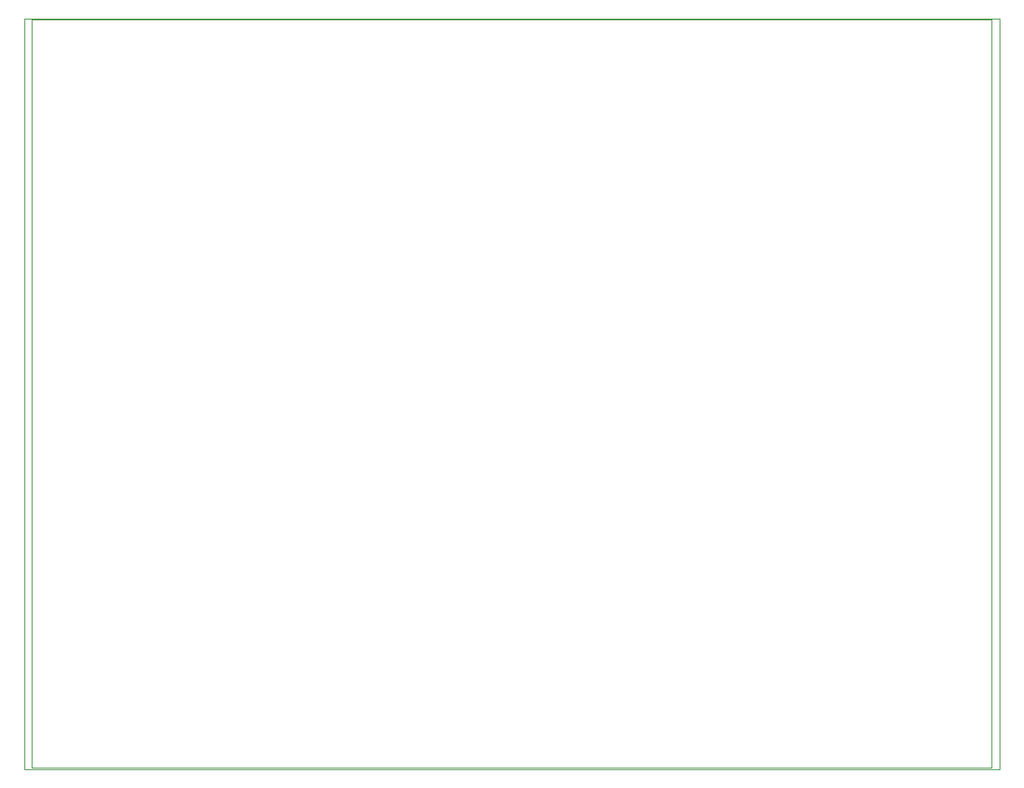
<source format=gbr>
From 4dbd135d68335d27f0f1607ddcc7fea5343f42c5 Mon Sep 17 00:00:00 2001
From: jaseg <git@jaseg.net>
Date: Sat, 10 Jun 2017 19:13:42 +0200
Subject: foo

---
 hw/chibi/chibi_2024/gerbers/chibi_2024-Edge.Cuts.gbr | 18 +++++++++---------
 1 file changed, 9 insertions(+), 9 deletions(-)

(limited to 'hw/chibi/chibi_2024/gerbers/chibi_2024-Edge.Cuts.gbr')

diff --git a/hw/chibi/chibi_2024/gerbers/chibi_2024-Edge.Cuts.gbr b/hw/chibi/chibi_2024/gerbers/chibi_2024-Edge.Cuts.gbr
index 21371d7..5851ff3 100644
--- a/hw/chibi/chibi_2024/gerbers/chibi_2024-Edge.Cuts.gbr
+++ b/hw/chibi/chibi_2024/gerbers/chibi_2024-Edge.Cuts.gbr
@@ -1,7 +1,7 @@
 G04 #@! TF.FileFunction,Profile,NP*
 %FSLAX46Y46*%
 G04 Gerber Fmt 4.6, Leading zero omitted, Abs format (unit mm)*
-G04 Created by KiCad (PCBNEW 4.0.4-1.fc24-product) date Wed May 17 10:11:48 2017*
+G04 Created by KiCad (PCBNEW 4.0.4-1.fc24-product) date Wed May 17 21:12:50 2017*
 %MOMM*%
 %LPD*%
 G01*
@@ -11,12 +11,12 @@ G04 APERTURE LIST*
 G04 APERTURE END LIST*
 D10*
 D11*
-X48260000Y-121920000D02*
-X48260000Y-43688000D01*
-X149860000Y-121920000D02*
-X48260000Y-121920000D01*
-X149860000Y-43688000D02*
-X149860000Y-121920000D01*
-X48260000Y-43688000D02*
-X149860000Y-43688000D01*
+X149000000Y-121750000D02*
+X149000000Y-43750000D01*
+X149000000Y-43750000D02*
+X49000000Y-43750000D01*
+X49000000Y-121750000D02*
+X149000000Y-121750000D01*
+X49000000Y-43750000D02*
+X49000000Y-121750000D01*
 M02*
-- 
cgit 


</source>
